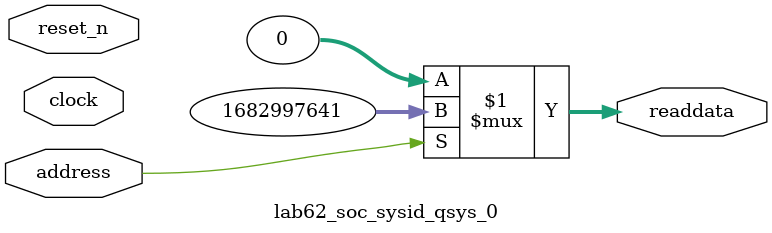
<source format=v>



// synthesis translate_off
`timescale 1ns / 1ps
// synthesis translate_on

// turn off superfluous verilog processor warnings 
// altera message_level Level1 
// altera message_off 10034 10035 10036 10037 10230 10240 10030 

module lab62_soc_sysid_qsys_0 (
               // inputs:
                address,
                clock,
                reset_n,

               // outputs:
                readdata
             )
;

  output  [ 31: 0] readdata;
  input            address;
  input            clock;
  input            reset_n;

  wire    [ 31: 0] readdata;
  //control_slave, which is an e_avalon_slave
  assign readdata = address ? 1682997641 : 0;

endmodule



</source>
